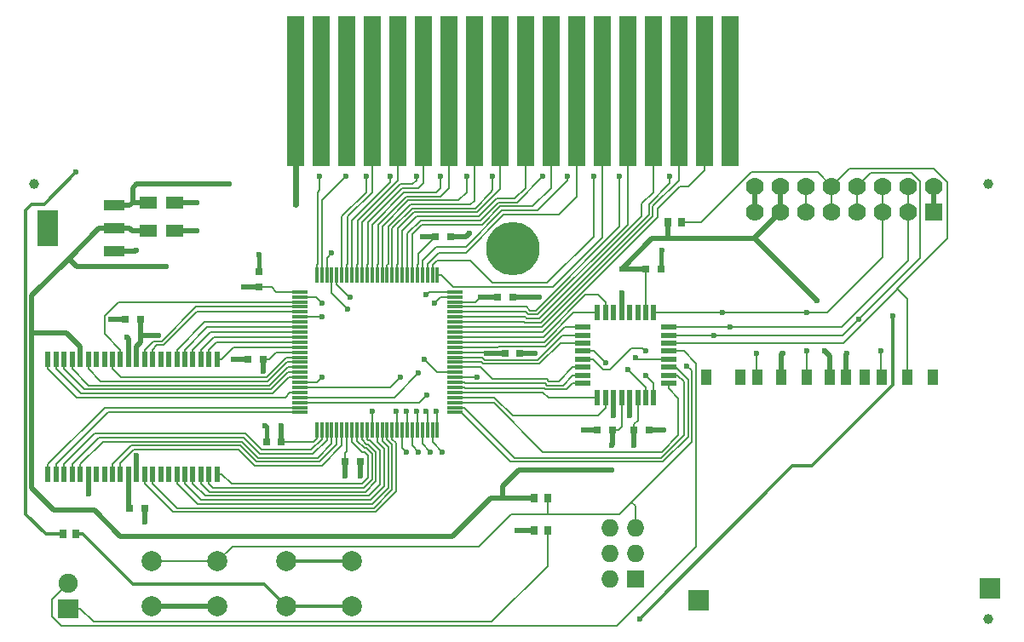
<source format=gtl>
G04 #@! TF.FileFunction,Copper,L1,Top,Signal*
%FSLAX46Y46*%
G04 Gerber Fmt 4.6, Leading zero omitted, Abs format (unit mm)*
G04 Created by KiCad (PCBNEW 4.0.4+dfsg1-stable) date Thu May 11 11:58:33 2017*
%MOMM*%
%LPD*%
G01*
G04 APERTURE LIST*
%ADD10C,0.100000*%
%ADD11R,1.727200X1.727200*%
%ADD12O,1.727200X1.727200*%
%ADD13C,1.000000*%
%ADD14C,5.300000*%
%ADD15R,0.300000X1.500000*%
%ADD16R,1.500000X0.300000*%
%ADD17R,1.778000X15.000000*%
%ADD18C,2.000000*%
%ADD19R,2.000000X1.900000*%
%ADD20C,1.900000*%
%ADD21R,1.800000X1.230000*%
%ADD22R,2.032000X3.657600*%
%ADD23R,2.032000X1.016000*%
%ADD24R,0.477000X1.517400*%
%ADD25R,0.550000X1.600000*%
%ADD26R,1.600000X0.550000*%
%ADD27R,0.800000X0.750000*%
%ADD28R,0.750000X0.800000*%
%ADD29R,0.750000X0.900000*%
%ADD30C,1.778000*%
%ADD31R,1.778000X1.778000*%
%ADD32R,0.998220X1.498600*%
%ADD33R,2.000000X2.000000*%
%ADD34C,0.600000*%
%ADD35C,0.500000*%
%ADD36C,0.600000*%
%ADD37C,0.200000*%
%ADD38C,0.400000*%
%ADD39C,0.300000*%
G04 APERTURE END LIST*
D10*
D11*
X155783000Y-88738000D03*
D12*
X153243000Y-88738000D03*
X155783000Y-86198000D03*
X153243000Y-86198000D03*
X155783000Y-83658000D03*
X153243000Y-83658000D03*
D13*
X190783000Y-49458000D03*
X190783000Y-92658000D03*
D14*
X143583000Y-55858000D03*
D15*
X136083000Y-58458000D03*
X135583000Y-58458000D03*
X135083000Y-58458000D03*
X134583000Y-58458000D03*
X134083000Y-58458000D03*
X133583000Y-58458000D03*
X133083000Y-58458000D03*
X132583000Y-58458000D03*
X132083000Y-58458000D03*
X131583000Y-58458000D03*
X131083000Y-58458000D03*
X130583000Y-58458000D03*
X130083000Y-58458000D03*
X129583000Y-58458000D03*
X129083000Y-58458000D03*
X128583000Y-58458000D03*
X128083000Y-58458000D03*
X127583000Y-58458000D03*
X127083000Y-58458000D03*
X126583000Y-58458000D03*
X126083000Y-58458000D03*
X125583000Y-58458000D03*
X125083000Y-58458000D03*
X124583000Y-58458000D03*
X124083000Y-58458000D03*
D16*
X122383000Y-60158000D03*
X122383000Y-60658000D03*
X122383000Y-61158000D03*
X122383000Y-61658000D03*
X122383000Y-62158000D03*
X122383000Y-62658000D03*
X122383000Y-63158000D03*
X122383000Y-63658000D03*
X122383000Y-64158000D03*
X122383000Y-64658000D03*
X122383000Y-65158000D03*
X122383000Y-65658000D03*
X122383000Y-66158000D03*
X122383000Y-66658000D03*
X122383000Y-67158000D03*
X122383000Y-67658000D03*
X122383000Y-68158000D03*
X122383000Y-68658000D03*
X122383000Y-69158000D03*
X122383000Y-69658000D03*
X122383000Y-70158000D03*
X122383000Y-70658000D03*
X122383000Y-71158000D03*
X122383000Y-71658000D03*
X122383000Y-72158000D03*
D15*
X124083000Y-73858000D03*
X124583000Y-73858000D03*
X125083000Y-73858000D03*
X125583000Y-73858000D03*
X126083000Y-73858000D03*
X126583000Y-73858000D03*
X127083000Y-73858000D03*
X127583000Y-73858000D03*
X128083000Y-73858000D03*
X128583000Y-73858000D03*
X129083000Y-73858000D03*
X129583000Y-73858000D03*
X130083000Y-73858000D03*
X130583000Y-73858000D03*
X131083000Y-73858000D03*
X131583000Y-73858000D03*
X132083000Y-73858000D03*
X132583000Y-73858000D03*
X133083000Y-73858000D03*
X133583000Y-73858000D03*
X134083000Y-73858000D03*
X134583000Y-73858000D03*
X135083000Y-73858000D03*
X135583000Y-73858000D03*
X136083000Y-73858000D03*
D16*
X137783000Y-72158000D03*
X137783000Y-71658000D03*
X137783000Y-71158000D03*
X137783000Y-70658000D03*
X137783000Y-70158000D03*
X137783000Y-69658000D03*
X137783000Y-69158000D03*
X137783000Y-68658000D03*
X137783000Y-68158000D03*
X137783000Y-67658000D03*
X137783000Y-67158000D03*
X137783000Y-66658000D03*
X137783000Y-66158000D03*
X137783000Y-65658000D03*
X137783000Y-65158000D03*
X137783000Y-64658000D03*
X137783000Y-64158000D03*
X137783000Y-63658000D03*
X137783000Y-63158000D03*
X137783000Y-62658000D03*
X137783000Y-62158000D03*
X137783000Y-61658000D03*
X137783000Y-61158000D03*
X137783000Y-60658000D03*
X137783000Y-60158000D03*
D17*
X165143000Y-40158000D03*
X162603000Y-40158000D03*
X160063000Y-40158000D03*
X157523000Y-40158000D03*
X154983000Y-40158000D03*
X152443000Y-40158000D03*
X149903000Y-40158000D03*
X147363000Y-40158000D03*
X144823000Y-40158000D03*
X142283000Y-40158000D03*
X139743000Y-40158000D03*
X137203000Y-40158000D03*
X134663000Y-40158000D03*
X132123000Y-40158000D03*
X129583000Y-40158000D03*
X127043000Y-40158000D03*
X124503000Y-40158000D03*
X121963000Y-40158000D03*
D18*
X121083000Y-91458000D03*
X121083000Y-86958000D03*
X127583000Y-91458000D03*
X127583000Y-86958000D03*
D19*
X99383000Y-91658000D03*
D20*
X99383000Y-89118000D03*
D21*
X107383000Y-51258000D03*
X110003000Y-51258000D03*
X107363000Y-54058000D03*
X109983000Y-54058000D03*
D22*
X97379000Y-53858000D03*
D23*
X103983000Y-53858000D03*
X103983000Y-51572000D03*
X103983000Y-56144000D03*
D24*
X97383000Y-78268800D03*
X98183000Y-78268800D03*
X98983000Y-78268800D03*
X99783000Y-78268800D03*
X100583000Y-78268800D03*
X101383000Y-78268800D03*
X102183000Y-78268800D03*
X102983000Y-78268800D03*
X103783000Y-78268800D03*
X104583000Y-78268800D03*
X105383000Y-78268800D03*
X106183000Y-78268800D03*
X106983000Y-78268800D03*
X107783000Y-78268800D03*
X108583000Y-78268800D03*
X109383000Y-78268800D03*
X110183000Y-78268800D03*
X110983000Y-78268800D03*
X111783000Y-78268800D03*
X112583000Y-78268800D03*
X113383000Y-78268800D03*
X114183000Y-78268800D03*
X97383000Y-66858000D03*
X98183000Y-66858000D03*
X98983000Y-66858000D03*
X99783000Y-66858000D03*
X100583000Y-66858000D03*
X101383000Y-66858000D03*
X102183000Y-66858000D03*
X102983000Y-66858000D03*
X103783000Y-66858000D03*
X104583000Y-66858000D03*
X105383000Y-66858000D03*
X106183000Y-66858000D03*
X106983000Y-66858000D03*
X107783000Y-66858000D03*
X108583000Y-66858000D03*
X109383000Y-66858000D03*
X110183000Y-66858000D03*
X110983000Y-66858000D03*
X111783000Y-66858000D03*
X112583000Y-66858000D03*
X113383000Y-66858000D03*
X114183000Y-66858000D03*
D25*
X151983000Y-70708000D03*
X152783000Y-70708000D03*
X153583000Y-70708000D03*
X154383000Y-70708000D03*
X155183000Y-70708000D03*
X155983000Y-70708000D03*
X156783000Y-70708000D03*
X157583000Y-70708000D03*
D26*
X159033000Y-69258000D03*
X159033000Y-68458000D03*
X159033000Y-67658000D03*
X159033000Y-66858000D03*
X159033000Y-66058000D03*
X159033000Y-65258000D03*
X159033000Y-64458000D03*
X159033000Y-63658000D03*
D25*
X157583000Y-62208000D03*
X156783000Y-62208000D03*
X155983000Y-62208000D03*
X155183000Y-62208000D03*
X154383000Y-62208000D03*
X153583000Y-62208000D03*
X152783000Y-62208000D03*
X151983000Y-62208000D03*
D26*
X150533000Y-63658000D03*
X150533000Y-64458000D03*
X150533000Y-65258000D03*
X150533000Y-66058000D03*
X150533000Y-66858000D03*
X150533000Y-67658000D03*
X150533000Y-68458000D03*
X150533000Y-69258000D03*
D27*
X106583000Y-62858000D03*
X105083000Y-62858000D03*
X105483000Y-81658000D03*
X106983000Y-81658000D03*
X153483000Y-73858000D03*
X151983000Y-73858000D03*
X155633000Y-73858000D03*
X157133000Y-73858000D03*
X156783000Y-57858000D03*
X158283000Y-57858000D03*
X135883000Y-54658000D03*
X137383000Y-54658000D03*
D28*
X118383000Y-59658000D03*
X118383000Y-58158000D03*
D27*
X142083000Y-60658000D03*
X143583000Y-60658000D03*
X118783000Y-66858000D03*
X117283000Y-66858000D03*
X120583000Y-75058000D03*
X119083000Y-75058000D03*
X126883000Y-77058000D03*
X128383000Y-77058000D03*
X142783000Y-66258000D03*
X144283000Y-66258000D03*
D13*
X95983000Y-49458000D03*
D29*
X147008000Y-83858000D03*
X145658000Y-83858000D03*
X158958000Y-53258000D03*
X160308000Y-53258000D03*
D30*
X167643000Y-52198000D03*
X170183000Y-52198000D03*
X172723000Y-52198000D03*
X175263000Y-52198000D03*
X177803000Y-52198000D03*
X180343000Y-52198000D03*
X182883000Y-52198000D03*
D31*
X185423000Y-52198000D03*
D30*
X185423000Y-49658000D03*
X182883000Y-49658000D03*
X180343000Y-49658000D03*
X177803000Y-49658000D03*
X175263000Y-49658000D03*
X172723000Y-49658000D03*
X170183000Y-49658000D03*
X167643000Y-49658000D03*
D29*
X145658000Y-80658000D03*
X147008000Y-80658000D03*
X98833000Y-84258000D03*
X100183000Y-84258000D03*
D18*
X114183000Y-86958000D03*
X114183000Y-91458000D03*
X107683000Y-86958000D03*
X107683000Y-91458000D03*
D32*
X182780440Y-68658000D03*
X180281080Y-68658000D03*
X176704760Y-68658000D03*
X175058840Y-68658000D03*
X172783000Y-68658000D03*
X170283640Y-68658000D03*
X167852860Y-68658000D03*
X166153600Y-68658000D03*
X185279800Y-68658000D03*
X178579280Y-68658000D03*
D33*
X162000628Y-90863600D03*
X190950628Y-89663600D03*
D32*
X162803340Y-68658000D03*
D34*
X170383000Y-66258000D03*
X176783000Y-66258000D03*
X121983000Y-51458000D03*
X103583000Y-62858000D03*
X101383000Y-80258000D03*
X146183000Y-60658000D03*
X139233000Y-54308000D03*
X150583000Y-73858000D03*
X158583000Y-73858000D03*
X134783000Y-66858000D03*
X145783000Y-66258000D03*
X153583000Y-72458000D03*
X155183000Y-72458000D03*
X158383000Y-56058000D03*
X135983000Y-72058000D03*
X136583000Y-76058000D03*
X135383000Y-76058000D03*
X134183000Y-76058000D03*
X132983000Y-76058000D03*
X134983000Y-72058000D03*
X133983000Y-72058000D03*
X132983000Y-72058000D03*
X131983000Y-72058000D03*
X125583000Y-56258000D03*
X127183000Y-61858000D03*
X127383000Y-60658000D03*
X124583000Y-62658000D03*
X124583000Y-61258000D03*
X134983000Y-60458000D03*
X135783000Y-61258000D03*
X118983000Y-73458000D03*
X129583000Y-72058000D03*
X124583000Y-68658000D03*
X106983000Y-83058000D03*
X106183000Y-76458000D03*
X105183000Y-64658000D03*
X128383000Y-78458000D03*
X118383000Y-56458000D03*
X154383000Y-60258000D03*
X143983000Y-83858000D03*
X115783000Y-66858000D03*
X106183000Y-56058000D03*
X112183000Y-54058000D03*
X112183000Y-51258000D03*
X115383000Y-49458000D03*
X108383000Y-64458000D03*
X105383000Y-80258000D03*
X173783000Y-61058000D03*
X174583000Y-66058000D03*
X126883000Y-84458000D03*
X126883000Y-78458000D03*
X109158736Y-57658000D03*
X118783000Y-68058000D03*
X142583000Y-80658000D03*
X153383000Y-77858000D03*
X154383000Y-57858000D03*
X155583000Y-75458000D03*
X153383000Y-75458000D03*
X140983000Y-66258000D03*
X140383000Y-60658000D03*
X134583000Y-54658000D03*
X120583000Y-73458000D03*
X116783000Y-59658000D03*
X124383000Y-48658000D03*
X126983000Y-48658000D03*
X128983000Y-48658000D03*
X131383000Y-48658000D03*
X133983000Y-48658000D03*
X136383000Y-48658000D03*
X138983000Y-48658000D03*
X141583000Y-48658000D03*
X146583000Y-48658000D03*
X148983000Y-48658000D03*
X151583000Y-48658000D03*
X159183000Y-48658000D03*
X167783000Y-66258000D03*
X165183000Y-63658000D03*
X172783000Y-62208000D03*
X172783000Y-66058000D03*
X164383000Y-62208000D03*
X180183000Y-66058000D03*
X177983000Y-62858000D03*
X163583000Y-64458000D03*
X155807272Y-66657990D03*
X134183000Y-68258000D03*
X132383000Y-68658000D03*
X156783000Y-68458000D03*
X160883000Y-67508000D03*
X156783000Y-66058000D03*
X154183000Y-48658000D03*
X152770448Y-67246905D03*
X135007267Y-70433723D03*
X139983000Y-68658000D03*
X154983000Y-67858000D03*
X181353000Y-62548000D03*
X156183000Y-92658000D03*
X100183000Y-48258000D03*
D35*
X170266012Y-68602400D02*
X170266012Y-66374988D01*
X170266012Y-66374988D02*
X170383000Y-66258000D01*
X176687132Y-68602400D02*
X176687132Y-66353868D01*
X176687132Y-66353868D02*
X176783000Y-66258000D01*
D36*
X121963000Y-40158000D02*
X121963000Y-51438000D01*
X121963000Y-51438000D02*
X121983000Y-51458000D01*
D35*
X107683000Y-91458000D02*
X114183000Y-91458000D01*
X185423000Y-49658000D02*
X185423000Y-52198000D01*
X167643000Y-52198000D02*
X167643000Y-49658000D01*
X105083000Y-62858000D02*
X103583000Y-62858000D01*
X101383000Y-78268800D02*
X101383000Y-80258000D01*
X143583000Y-60658000D02*
X146183000Y-60658000D01*
X137383000Y-54658000D02*
X138883000Y-54658000D01*
X138883000Y-54658000D02*
X139233000Y-54308000D01*
X151983000Y-73858000D02*
X150583000Y-73858000D01*
X157133000Y-73858000D02*
X158583000Y-73858000D01*
D37*
X136083000Y-68158000D02*
X134783000Y-66858000D01*
X137783000Y-68158000D02*
X136083000Y-68158000D01*
D35*
X144283000Y-66258000D02*
X145783000Y-66258000D01*
X154383000Y-62208000D02*
X154383000Y-60258000D01*
X153583000Y-70708000D02*
X153583000Y-72458000D01*
X155183000Y-70708000D02*
X155183000Y-72458000D01*
D38*
X158283000Y-57858000D02*
X158283000Y-56158000D01*
X158283000Y-56158000D02*
X158383000Y-56058000D01*
D37*
X136083000Y-73858000D02*
X136083000Y-72158000D01*
X136083000Y-72158000D02*
X135983000Y-72058000D01*
X135583000Y-73858000D02*
X135583000Y-75058000D01*
X135583000Y-75058000D02*
X136583000Y-76058000D01*
X134583000Y-73858000D02*
X134583000Y-75258000D01*
X134583000Y-75258000D02*
X135383000Y-76058000D01*
X133583000Y-73858000D02*
X133583000Y-75458000D01*
X133583000Y-75458000D02*
X134183000Y-76058000D01*
X132583000Y-73858000D02*
X132583000Y-75658000D01*
X132583000Y-75658000D02*
X132983000Y-76058000D01*
X135083000Y-73858000D02*
X135083000Y-72158000D01*
X135083000Y-72158000D02*
X134983000Y-72058000D01*
X134083000Y-73858000D02*
X134083000Y-72158000D01*
X134083000Y-72158000D02*
X133983000Y-72058000D01*
X133083000Y-73858000D02*
X133083000Y-72158000D01*
X133083000Y-72158000D02*
X132983000Y-72058000D01*
X132083000Y-73858000D02*
X132083000Y-72158000D01*
X132083000Y-72158000D02*
X131983000Y-72058000D01*
X125083000Y-58458000D02*
X125083000Y-56758000D01*
X125083000Y-56758000D02*
X125583000Y-56258000D01*
X125583000Y-58458000D02*
X125583000Y-60258000D01*
X125583000Y-60258000D02*
X127183000Y-61858000D01*
X126083000Y-58458000D02*
X126083000Y-59408000D01*
X126083000Y-59408000D02*
X127333000Y-60658000D01*
X127333000Y-60658000D02*
X127383000Y-60658000D01*
X122383000Y-62658000D02*
X124583000Y-62658000D01*
X122383000Y-60658000D02*
X123983000Y-60658000D01*
X123983000Y-60658000D02*
X124583000Y-61258000D01*
X137783000Y-60158000D02*
X135283000Y-60158000D01*
X135283000Y-60158000D02*
X134983000Y-60458000D01*
X137783000Y-60658000D02*
X136383000Y-60658000D01*
X136383000Y-60658000D02*
X135783000Y-61258000D01*
D38*
X119083000Y-75058000D02*
X119083000Y-73558000D01*
X119083000Y-73558000D02*
X118983000Y-73458000D01*
D37*
X129583000Y-73858000D02*
X129583000Y-72058000D01*
X123083000Y-69158000D02*
X124083000Y-69158000D01*
X124083000Y-69158000D02*
X124583000Y-68658000D01*
X122383000Y-69158000D02*
X123083000Y-69158000D01*
D35*
X106983000Y-81658000D02*
X106983000Y-83058000D01*
X106183000Y-78268800D02*
X106183000Y-76458000D01*
X105383000Y-66858000D02*
X105383000Y-64858000D01*
X105383000Y-64858000D02*
X105183000Y-64658000D01*
X128383000Y-77058000D02*
X128383000Y-78458000D01*
D38*
X118383000Y-58158000D02*
X118383000Y-56458000D01*
D35*
X145583000Y-83858000D02*
X143983000Y-83858000D01*
X117283000Y-66858000D02*
X115783000Y-66858000D01*
X103983000Y-56144000D02*
X106097000Y-56144000D01*
X106097000Y-56144000D02*
X106183000Y-56058000D01*
X109983000Y-54058000D02*
X112183000Y-54058000D01*
X110003000Y-51258000D02*
X112183000Y-51258000D01*
X115383000Y-49458000D02*
X106183000Y-49458000D01*
X105813000Y-49828000D02*
X105813000Y-51258000D01*
X106183000Y-49458000D02*
X105813000Y-49828000D01*
X103983000Y-51572000D02*
X105499000Y-51572000D01*
X105499000Y-51572000D02*
X105813000Y-51258000D01*
X105813000Y-51258000D02*
X107383000Y-51258000D01*
D37*
X172723000Y-49658000D02*
X172723000Y-52198000D01*
D35*
X106583000Y-65199300D02*
X106583000Y-64458000D01*
X108383000Y-64458000D02*
X106583000Y-64458000D01*
X106583000Y-64458000D02*
X106583000Y-62858000D01*
X106183000Y-65599300D02*
X106583000Y-65199300D01*
X95783000Y-60542000D02*
X95783000Y-64258000D01*
X95783000Y-64258000D02*
X95783000Y-79658000D01*
X100583000Y-66858000D02*
X100583000Y-65599300D01*
X100583000Y-65599300D02*
X99241700Y-64258000D01*
X99241700Y-64258000D02*
X95783000Y-64258000D01*
X105383000Y-80258000D02*
X105383000Y-81558000D01*
X105383000Y-81558000D02*
X105483000Y-81658000D01*
X105383000Y-80258000D02*
X105383000Y-78268800D01*
X106183000Y-66858000D02*
X106183000Y-65599300D01*
X173783000Y-61058000D02*
X167583000Y-54858000D01*
X167583000Y-54858000D02*
X167523000Y-54858000D01*
X175041212Y-68602400D02*
X175041212Y-66516212D01*
X175041212Y-66516212D02*
X174583000Y-66058000D01*
X97983000Y-81858000D02*
X101983000Y-81858000D01*
X95783000Y-79658000D02*
X97983000Y-81858000D01*
X104583000Y-84458000D02*
X126883000Y-84458000D01*
X101983000Y-81858000D02*
X104583000Y-84458000D01*
X126883000Y-84458000D02*
X137583000Y-84458000D01*
X126883000Y-77058000D02*
X126883000Y-78458000D01*
D37*
X124083000Y-74758000D02*
X123783000Y-75058000D01*
X123783000Y-75058000D02*
X120583000Y-75058000D01*
X124083000Y-73858000D02*
X124083000Y-74758000D01*
D35*
X157383000Y-54858000D02*
X158983000Y-54858000D01*
X158983000Y-54858000D02*
X167523000Y-54858000D01*
X158958000Y-53258000D02*
X158958000Y-54833000D01*
X158958000Y-54833000D02*
X158983000Y-54858000D01*
X109158736Y-57658000D02*
X100267000Y-57658000D01*
X100267000Y-57658000D02*
X99467000Y-56858000D01*
X118783000Y-66858000D02*
X118783000Y-68058000D01*
X105699000Y-54058000D02*
X107363000Y-54058000D01*
X103983000Y-53858000D02*
X105499000Y-53858000D01*
X105499000Y-53858000D02*
X105699000Y-54058000D01*
X153383000Y-77858000D02*
X144183000Y-77858000D01*
X144183000Y-77858000D02*
X142583000Y-79458000D01*
X142583000Y-79458000D02*
X142583000Y-80658000D01*
X141383000Y-80658000D02*
X142583000Y-80658000D01*
X142583000Y-80658000D02*
X145583000Y-80658000D01*
X154383000Y-57858000D02*
X157383000Y-54858000D01*
X167523000Y-54858000D02*
X170183000Y-52198000D01*
X154383000Y-57858000D02*
X156783000Y-57858000D01*
X155583000Y-75458000D02*
X155583000Y-73908000D01*
X155583000Y-73908000D02*
X155633000Y-73858000D01*
X153483000Y-73858000D02*
X153483000Y-75358000D01*
X153483000Y-75358000D02*
X153383000Y-75458000D01*
D37*
X137783000Y-61158000D02*
X139883000Y-61158000D01*
X139883000Y-61158000D02*
X140383000Y-60658000D01*
X137783000Y-66158000D02*
X140883000Y-66158000D01*
X140883000Y-66158000D02*
X140983000Y-66258000D01*
D35*
X142783000Y-66258000D02*
X140983000Y-66258000D01*
X142083000Y-60658000D02*
X140383000Y-60658000D01*
D37*
X134083000Y-58458000D02*
X134083000Y-57508000D01*
X134083000Y-57508000D02*
X134183000Y-57408000D01*
X134183000Y-57408000D02*
X134183000Y-56333000D01*
X134183000Y-56333000D02*
X135858000Y-54658000D01*
X135858000Y-54658000D02*
X135883000Y-54658000D01*
D35*
X135883000Y-54658000D02*
X134583000Y-54658000D01*
X126983000Y-77158000D02*
X126883000Y-77058000D01*
X120583000Y-73458000D02*
X120583000Y-75058000D01*
X116783000Y-59658000D02*
X118383000Y-59658000D01*
X99467000Y-56858000D02*
X95783000Y-60542000D01*
X102467000Y-53858000D02*
X99467000Y-56858000D01*
X103983000Y-53858000D02*
X102467000Y-53858000D01*
X137583000Y-84458000D02*
X141383000Y-80658000D01*
D37*
X119583000Y-59658000D02*
X120083000Y-60158000D01*
X120083000Y-60158000D02*
X122383000Y-60158000D01*
X118383000Y-59658000D02*
X119583000Y-59658000D01*
X156783000Y-61458000D02*
X156783000Y-62208000D01*
X156783000Y-57858000D02*
X156783000Y-61458000D01*
X155983000Y-71458000D02*
X155983000Y-70708000D01*
X155633000Y-73858000D02*
X155633000Y-73283000D01*
X155633000Y-73283000D02*
X155983000Y-72933000D01*
X155983000Y-72933000D02*
X155983000Y-71458000D01*
X153483000Y-73858000D02*
X154083000Y-73858000D01*
X154383000Y-73558000D02*
X154383000Y-70708000D01*
X154083000Y-73858000D02*
X154383000Y-73558000D01*
X127083000Y-73858000D02*
X127083000Y-75983000D01*
X127083000Y-75983000D02*
X126883000Y-76183000D01*
X126883000Y-76183000D02*
X126883000Y-77058000D01*
X124083000Y-74458000D02*
X124083000Y-73858000D01*
X118783000Y-66858000D02*
X119383000Y-66858000D01*
X120083000Y-66158000D02*
X122383000Y-66158000D01*
X119383000Y-66858000D02*
X120083000Y-66158000D01*
X142683000Y-66158000D02*
X142783000Y-66258000D01*
D35*
X170183000Y-52198000D02*
X170183000Y-49658000D01*
D37*
X124183000Y-50258000D02*
X124383000Y-50058000D01*
X124383000Y-50058000D02*
X124383000Y-48658000D01*
X124183000Y-57408000D02*
X124183000Y-50258000D01*
X124083000Y-58458000D02*
X124083000Y-57508000D01*
X124083000Y-57508000D02*
X124183000Y-57408000D01*
X124583000Y-58458000D02*
X124583000Y-51058000D01*
X124583000Y-51058000D02*
X126983000Y-48658000D01*
X126583000Y-52658000D02*
X128983000Y-50258000D01*
X128983000Y-50258000D02*
X128983000Y-48658000D01*
X126583000Y-58458000D02*
X126583000Y-52658000D01*
X127183000Y-52658000D02*
X129583000Y-50258000D01*
X129583000Y-50258000D02*
X129583000Y-40158000D01*
X127183000Y-57408000D02*
X127183000Y-52658000D01*
X127083000Y-58458000D02*
X127083000Y-57508000D01*
X127083000Y-57508000D02*
X127183000Y-57408000D01*
X127583000Y-53058000D02*
X131383000Y-49258000D01*
X131383000Y-49258000D02*
X131383000Y-48658000D01*
X127583000Y-58458000D02*
X127583000Y-53058000D01*
X128183000Y-53058000D02*
X132123000Y-49118000D01*
X132123000Y-49118000D02*
X132123000Y-40158000D01*
X128183000Y-57408000D02*
X128183000Y-53058000D01*
X128083000Y-58458000D02*
X128083000Y-57508000D01*
X128083000Y-57508000D02*
X128183000Y-57408000D01*
X133983000Y-49058000D02*
X133983000Y-48658000D01*
X133583000Y-49458000D02*
X133983000Y-49058000D01*
X132383000Y-49458000D02*
X133583000Y-49458000D01*
X128583000Y-53258000D02*
X132383000Y-49458000D01*
X128583000Y-58458000D02*
X128583000Y-53258000D01*
X134183000Y-49858000D02*
X134663000Y-49378000D01*
X134663000Y-49378000D02*
X134663000Y-40158000D01*
X132583000Y-49858000D02*
X134183000Y-49858000D01*
X129183000Y-53258000D02*
X132583000Y-49858000D01*
X129183000Y-57408000D02*
X129183000Y-53258000D01*
X129083000Y-58458000D02*
X129083000Y-57508000D01*
X129083000Y-57508000D02*
X129183000Y-57408000D01*
X135983000Y-50258000D02*
X136383000Y-49858000D01*
X136383000Y-49858000D02*
X136383000Y-48658000D01*
X132783000Y-50258000D02*
X135983000Y-50258000D01*
X129583000Y-53458000D02*
X132783000Y-50258000D01*
X129583000Y-58458000D02*
X129583000Y-53458000D01*
X136383000Y-50658000D02*
X137203000Y-49838000D01*
X137203000Y-49838000D02*
X137203000Y-40158000D01*
X132983000Y-50658000D02*
X136383000Y-50658000D01*
X130183000Y-53458000D02*
X132983000Y-50658000D01*
X130183000Y-57408000D02*
X130183000Y-53458000D01*
X130083000Y-58458000D02*
X130083000Y-57508000D01*
X130083000Y-57508000D02*
X130183000Y-57408000D01*
X138183000Y-51058000D02*
X138983000Y-50258000D01*
X138983000Y-50258000D02*
X138983000Y-48658000D01*
X133183000Y-51058000D02*
X138183000Y-51058000D01*
X130583000Y-53658000D02*
X133183000Y-51058000D01*
X130583000Y-58458000D02*
X130583000Y-53658000D01*
X139383000Y-51458000D02*
X139743000Y-51098000D01*
X139743000Y-51098000D02*
X139743000Y-40158000D01*
X133383000Y-51458000D02*
X139383000Y-51458000D01*
X131183000Y-53658000D02*
X133383000Y-51458000D01*
X131183000Y-57408000D02*
X131183000Y-53658000D01*
X131083000Y-58458000D02*
X131083000Y-57508000D01*
X131083000Y-57508000D02*
X131183000Y-57408000D01*
X141383000Y-50258000D02*
X141583000Y-50058000D01*
X141583000Y-50058000D02*
X141583000Y-48658000D01*
X141383000Y-50297798D02*
X141383000Y-50258000D01*
X133583000Y-51858000D02*
X139822798Y-51858000D01*
X139822798Y-51858000D02*
X141383000Y-50297798D01*
X131583000Y-53858000D02*
X133583000Y-51858000D01*
X131583000Y-58458000D02*
X131583000Y-53858000D01*
X132083000Y-58458000D02*
X132083000Y-57508000D01*
X132083000Y-57508000D02*
X132183000Y-57408000D01*
X132183000Y-57408000D02*
X132183000Y-53858000D01*
X132183000Y-53858000D02*
X133783000Y-52258000D01*
X139988498Y-52258000D02*
X142283000Y-49963498D01*
X133783000Y-52258000D02*
X139988498Y-52258000D01*
X142283000Y-49963498D02*
X142283000Y-40158000D01*
X132583000Y-58458000D02*
X132583000Y-54058000D01*
X132583000Y-54058000D02*
X133983000Y-52658000D01*
X143783000Y-50858000D02*
X144823000Y-49818000D01*
X133983000Y-52658000D02*
X140183002Y-52658000D01*
X140183002Y-52658000D02*
X141983002Y-50858000D01*
X141983002Y-50858000D02*
X143783000Y-50858000D01*
X144823000Y-49818000D02*
X144823000Y-40158000D01*
X143982989Y-51258011D02*
X146583000Y-48658000D01*
X142148689Y-51258011D02*
X143982989Y-51258011D01*
X134402287Y-53058011D02*
X140348689Y-53058011D01*
X133083000Y-54377298D02*
X134402287Y-53058011D01*
X140348689Y-53058011D02*
X142148689Y-51258011D01*
X133083000Y-58458000D02*
X133083000Y-54377298D01*
X147363000Y-49843700D02*
X147363000Y-40158000D01*
X133583000Y-54442998D02*
X134548689Y-53477309D01*
X142348689Y-51658011D02*
X145548689Y-51658011D01*
X133583000Y-58458000D02*
X133583000Y-54442998D01*
X134548689Y-53477309D02*
X140529391Y-53477309D01*
X145548689Y-51658011D02*
X147363000Y-49843700D01*
X140529391Y-53477309D02*
X142348689Y-51658011D01*
X148983000Y-49082264D02*
X148983000Y-48658000D01*
X146007242Y-52058022D02*
X148983000Y-49082264D01*
X142514378Y-52058022D02*
X146007242Y-52058022D01*
X138914400Y-55658000D02*
X142514378Y-52058022D01*
X135983000Y-55658000D02*
X138914400Y-55658000D01*
X134583000Y-57058000D02*
X135983000Y-55658000D01*
X134583000Y-58458000D02*
X134583000Y-57058000D01*
X142680067Y-52458033D02*
X148182967Y-52458033D01*
X149903000Y-50738000D02*
X149903000Y-40158000D01*
X148182967Y-52458033D02*
X149903000Y-50738000D01*
X138880100Y-56258000D02*
X142680067Y-52458033D01*
X136183000Y-56258000D02*
X138880100Y-56258000D01*
X135083000Y-58458000D02*
X135083000Y-57358000D01*
X135083000Y-57358000D02*
X136183000Y-56258000D01*
X146983000Y-59258000D02*
X151583000Y-54658000D01*
X151583000Y-54658000D02*
X151583000Y-48658000D01*
X141583000Y-59258000D02*
X146983000Y-59258000D01*
X139383000Y-57058000D02*
X141583000Y-59258000D01*
X136033000Y-57058000D02*
X139383000Y-57058000D01*
X135583000Y-58458000D02*
X135583000Y-57508000D01*
X135583000Y-57508000D02*
X136033000Y-57058000D01*
X147583000Y-59658000D02*
X152443000Y-54798000D01*
X152443000Y-54798000D02*
X152443000Y-40158000D01*
X137633000Y-59658000D02*
X147583000Y-59658000D01*
X136083000Y-58458000D02*
X136433000Y-58458000D01*
X136433000Y-58458000D02*
X137633000Y-59658000D01*
X154983000Y-53463211D02*
X154983000Y-40158000D01*
X146038188Y-62408023D02*
X154983000Y-53463211D01*
X145130806Y-62408023D02*
X146038188Y-62408023D01*
X144880783Y-62158000D02*
X145130806Y-62408023D01*
X137783000Y-62158000D02*
X144880783Y-62158000D01*
X146203877Y-62808034D02*
X156383000Y-52628911D01*
X157523000Y-50258000D02*
X157523000Y-40158000D01*
X156383000Y-52628911D02*
X156383000Y-51398000D01*
X156383000Y-51398000D02*
X157523000Y-50258000D01*
X144815083Y-62658000D02*
X144965117Y-62808034D01*
X137783000Y-62658000D02*
X144815083Y-62658000D01*
X144965117Y-62808034D02*
X146203877Y-62808034D01*
X157085300Y-51470000D02*
X159183000Y-49372300D01*
X146369566Y-63208045D02*
X157085300Y-52492311D01*
X144799428Y-63208045D02*
X146369566Y-63208045D01*
X144749383Y-63158000D02*
X144799428Y-63208045D01*
X137783000Y-63158000D02*
X144749383Y-63158000D01*
X159183000Y-49372300D02*
X159183000Y-48658000D01*
X157085300Y-52492311D02*
X157085300Y-51470000D01*
X157485311Y-51635689D02*
X160063000Y-49058000D01*
X146485311Y-63658000D02*
X157485311Y-52658000D01*
X160063000Y-49058000D02*
X160063000Y-40158000D01*
X157485311Y-52658000D02*
X157485311Y-51635689D01*
X137783000Y-63658000D02*
X146485311Y-63658000D01*
X161051011Y-49658000D02*
X162603000Y-48106011D01*
X160183000Y-49658000D02*
X161051011Y-49658000D01*
X157983000Y-51858000D02*
X160183000Y-49658000D01*
X146551011Y-64158000D02*
X157983000Y-52726011D01*
X157983000Y-52726011D02*
X157983000Y-51858000D01*
X137783000Y-64158000D02*
X146551011Y-64158000D01*
X162603000Y-48106011D02*
X162603000Y-40158000D01*
X167835232Y-68602400D02*
X167835232Y-66310232D01*
X167835232Y-66310232D02*
X167783000Y-66258000D01*
X182883000Y-57069999D02*
X182883000Y-52198000D01*
X165183000Y-63658000D02*
X176294999Y-63658000D01*
X176294999Y-63658000D02*
X182883000Y-57069999D01*
X159033000Y-63658000D02*
X165183000Y-63658000D01*
X182883000Y-52198000D02*
X182883000Y-49658000D01*
X172783000Y-62208000D02*
X174833000Y-62208000D01*
X174833000Y-62208000D02*
X180343000Y-56698000D01*
X164383000Y-62208000D02*
X172783000Y-62208000D01*
X172765372Y-68602400D02*
X172765372Y-66075628D01*
X172765372Y-66075628D02*
X172783000Y-66058000D01*
X157583000Y-62208000D02*
X164383000Y-62208000D01*
X180343000Y-56698000D02*
X180343000Y-52198000D01*
X180343000Y-52198000D02*
X180343000Y-49658000D01*
X180183000Y-66058000D02*
X180183000Y-68521948D01*
X180183000Y-68521948D02*
X180263452Y-68602400D01*
X177983000Y-62858000D02*
X184072001Y-56768999D01*
X176383000Y-64458000D02*
X177983000Y-62858000D01*
X179152980Y-48308020D02*
X177803000Y-49658000D01*
X183233020Y-48308020D02*
X179152980Y-48308020D01*
X184072001Y-49147001D02*
X183233020Y-48308020D01*
X184072001Y-56768999D02*
X184072001Y-49147001D01*
X163583000Y-64458000D02*
X176383000Y-64458000D01*
X159033000Y-64458000D02*
X163583000Y-64458000D01*
X177803000Y-49658000D02*
X177803000Y-52198000D01*
X176471001Y-65258000D02*
X181783000Y-59946001D01*
X159033000Y-65258000D02*
X176471001Y-65258000D01*
X181783000Y-59946001D02*
X181783000Y-59858000D01*
X181783000Y-59858000D02*
X186783000Y-54858000D01*
X182762812Y-68602400D02*
X182762812Y-60837812D01*
X182762812Y-60837812D02*
X181783000Y-59858000D01*
X185432732Y-47908010D02*
X177012990Y-47908010D01*
X177012990Y-47908010D02*
X175263000Y-49658000D01*
X186783000Y-54858000D02*
X186783000Y-49258278D01*
X186783000Y-49258278D02*
X185432732Y-47908010D01*
X162283278Y-53258000D02*
X160308000Y-53258000D01*
X162283278Y-53258000D02*
X167283278Y-48258000D01*
X167283278Y-48258000D02*
X173863000Y-48258000D01*
X173863000Y-48258000D02*
X175263000Y-49658000D01*
X175263000Y-52198000D02*
X175263000Y-49658000D01*
X159033000Y-66858000D02*
X156007282Y-66858000D01*
X156007282Y-66858000D02*
X155807272Y-66657990D01*
X134183000Y-68258000D02*
X131783000Y-70658000D01*
X131783000Y-70658000D02*
X122383000Y-70658000D01*
X132383000Y-68658000D02*
X131383000Y-69658000D01*
X131383000Y-69658000D02*
X122383000Y-69658000D01*
X157583000Y-70708000D02*
X157583000Y-69258000D01*
X157583000Y-69258000D02*
X156783000Y-68458000D01*
X159033000Y-66058000D02*
X160583000Y-66058000D01*
X153882990Y-93358010D02*
X98683010Y-93358010D01*
X160583000Y-66058000D02*
X161783000Y-67258000D01*
X161783000Y-67258000D02*
X161783000Y-85458000D01*
X161783000Y-85458000D02*
X153882990Y-93358010D01*
X97783000Y-90718000D02*
X99383000Y-89118000D01*
X98683010Y-93358010D02*
X97783000Y-92458000D01*
X97783000Y-92458000D02*
X97783000Y-90718000D01*
X142067998Y-65658000D02*
X142142999Y-65582999D01*
X148748111Y-63658000D02*
X150533000Y-63658000D01*
X146823112Y-65582999D02*
X148748111Y-63658000D01*
X137783000Y-65658000D02*
X142067998Y-65658000D01*
X142142999Y-65582999D02*
X146823112Y-65582999D01*
X149533000Y-67658000D02*
X150533000Y-67658000D01*
X147160506Y-69058012D02*
X148132988Y-69058012D01*
X137783000Y-67658000D02*
X140363596Y-67658000D01*
X146960528Y-68858034D02*
X147160506Y-69058012D01*
X141563630Y-68858034D02*
X146960528Y-68858034D01*
X148132988Y-69058012D02*
X149533000Y-67658000D01*
X140363596Y-67658000D02*
X141563630Y-68858034D01*
X146994817Y-69458023D02*
X148532977Y-69458023D01*
X148532977Y-69458023D02*
X149533000Y-68458000D01*
X149533000Y-68458000D02*
X150533000Y-68458000D01*
X138733000Y-69158000D02*
X138833045Y-69258045D01*
X138833045Y-69258045D02*
X146794839Y-69258045D01*
X146794839Y-69258045D02*
X146994817Y-69458023D01*
X137783000Y-69158000D02*
X138733000Y-69158000D01*
X148932966Y-69858034D02*
X149533000Y-69258000D01*
X149533000Y-69258000D02*
X150533000Y-69258000D01*
X146704094Y-69733000D02*
X146829128Y-69858034D01*
X138808000Y-69733000D02*
X146704094Y-69733000D01*
X138733000Y-69658000D02*
X138808000Y-69733000D01*
X137783000Y-69658000D02*
X138733000Y-69658000D01*
X146829128Y-69858034D02*
X148932966Y-69858034D01*
X147113394Y-70708000D02*
X151983000Y-70708000D01*
X146563394Y-70158000D02*
X147113394Y-70708000D01*
X137783000Y-70158000D02*
X146563394Y-70158000D01*
X143548700Y-72458000D02*
X152033000Y-72458000D01*
X152783000Y-71708000D02*
X152783000Y-70708000D01*
X152033000Y-72458000D02*
X152783000Y-71708000D01*
X141748700Y-70658000D02*
X143548700Y-72458000D01*
X137783000Y-70658000D02*
X141748700Y-70658000D01*
X146583002Y-76058002D02*
X158382998Y-76058002D01*
X160033000Y-74408000D02*
X160033000Y-70733000D01*
X158382998Y-76058002D02*
X160033000Y-74408000D01*
X141683000Y-71158000D02*
X146583002Y-76058002D01*
X159033000Y-69733000D02*
X159033000Y-69258000D01*
X160033000Y-70733000D02*
X159033000Y-69733000D01*
X137783000Y-71158000D02*
X141683000Y-71158000D01*
X158983000Y-69308000D02*
X159033000Y-69258000D01*
X159929277Y-68458000D02*
X159033000Y-68458000D01*
X160582977Y-74423723D02*
X160582977Y-69111700D01*
X158348697Y-76658003D02*
X160582977Y-74423723D01*
X143733003Y-76658003D02*
X158348697Y-76658003D01*
X137783000Y-71658000D02*
X138733000Y-71658000D01*
X160582977Y-69111700D02*
X159929277Y-68458000D01*
X138733000Y-71658000D02*
X143733003Y-76658003D01*
X160982988Y-74589412D02*
X160982988Y-68905650D01*
X143283014Y-77058014D02*
X158514386Y-77058014D01*
X159735338Y-67658000D02*
X159033000Y-67658000D01*
X137783000Y-72158000D02*
X138383000Y-72158000D01*
X138383000Y-72158000D02*
X143283014Y-77058014D01*
X158514386Y-77058014D02*
X160982988Y-74589412D01*
X160982988Y-68905650D02*
X159735338Y-67658000D01*
X137783000Y-64658000D02*
X146616711Y-64658000D01*
X150816711Y-60458000D02*
X152033000Y-60458000D01*
X152033000Y-60458000D02*
X152783000Y-61208000D01*
X152783000Y-61208000D02*
X152783000Y-62208000D01*
X146616711Y-64658000D02*
X150816711Y-60458000D01*
X149632411Y-62208000D02*
X151983000Y-62208000D01*
X137783000Y-65158000D02*
X146682411Y-65158000D01*
X146682411Y-65158000D02*
X149632411Y-62208000D01*
X107683000Y-86958000D02*
X114183000Y-86958000D01*
X146983000Y-82257990D02*
X143417311Y-82257990D01*
X143417311Y-82257990D02*
X140217301Y-85458000D01*
X140217301Y-85458000D02*
X115683000Y-85458000D01*
X115683000Y-85458000D02*
X114183000Y-86958000D01*
X154183010Y-82257990D02*
X155383000Y-81058000D01*
X155383000Y-81058000D02*
X161383000Y-75058000D01*
X155783000Y-83658000D02*
X155783000Y-81458000D01*
X155783000Y-81458000D02*
X155383000Y-81058000D01*
X146983000Y-82257990D02*
X154183010Y-82257990D01*
X147008000Y-80658000D02*
X147008000Y-82232990D01*
X147008000Y-82232990D02*
X146983000Y-82257990D01*
X160883000Y-67508000D02*
X161383000Y-68008000D01*
X161383000Y-68008000D02*
X161383000Y-75058000D01*
X151533000Y-66858000D02*
X152533000Y-67858000D01*
X152533000Y-67858000D02*
X153267300Y-67858000D01*
X153267300Y-67858000D02*
X155367299Y-65758001D01*
X150533000Y-66858000D02*
X151533000Y-66858000D01*
X156483001Y-65758001D02*
X156783000Y-66058000D01*
X155367299Y-65758001D02*
X156483001Y-65758001D01*
X122383000Y-64158000D02*
X113524300Y-64158000D01*
X113524300Y-64158000D02*
X111783000Y-65899300D01*
X111783000Y-65899300D02*
X111783000Y-66858000D01*
X122383000Y-63158000D02*
X112924300Y-63158000D01*
X112924300Y-63158000D02*
X110183000Y-65899300D01*
X110183000Y-65899300D02*
X110183000Y-66858000D01*
X121136701Y-67158000D02*
X122383000Y-67158000D01*
X102624311Y-69058011D02*
X119236690Y-69058011D01*
X119236690Y-69058011D02*
X121136701Y-67158000D01*
X101383000Y-67816700D02*
X102624311Y-69058011D01*
X101383000Y-66858000D02*
X101383000Y-67816700D01*
X113383000Y-66858000D02*
X113383000Y-65899300D01*
X113383000Y-65899300D02*
X114124300Y-65158000D01*
X114124300Y-65158000D02*
X122383000Y-65158000D01*
X130583000Y-75029500D02*
X130583000Y-73858000D01*
X131183055Y-75629555D02*
X130583000Y-75029500D01*
X131183055Y-79686445D02*
X131183055Y-75629555D01*
X129611444Y-81258056D02*
X131183055Y-79686445D01*
X112213556Y-81258056D02*
X129611444Y-81258056D01*
X110183000Y-79227500D02*
X112213556Y-81258056D01*
X110183000Y-78268800D02*
X110183000Y-79227500D01*
X129330101Y-74908001D02*
X129198701Y-74908001D01*
X111783000Y-79227500D02*
X113013534Y-80458034D01*
X129083000Y-74792300D02*
X129083000Y-73858000D01*
X129280066Y-80458034D02*
X130383033Y-79355067D01*
X111783000Y-78268800D02*
X111783000Y-79227500D01*
X129198701Y-74908001D02*
X129083000Y-74792300D01*
X130383033Y-79355067D02*
X130383033Y-75960933D01*
X130383033Y-75960933D02*
X129330101Y-74908001D01*
X113013534Y-80458034D02*
X129280066Y-80458034D01*
X114183000Y-78268800D02*
X114621500Y-78268800D01*
X114621500Y-78268800D02*
X115610701Y-79258001D01*
X128582999Y-79258001D02*
X129183000Y-78658000D01*
X129183000Y-78658000D02*
X129183000Y-76458000D01*
X127583000Y-75058000D02*
X127583000Y-73858000D01*
X115610701Y-79258001D02*
X128582999Y-79258001D01*
X129183000Y-76458000D02*
X128833034Y-76108034D01*
X128833034Y-76108034D02*
X128633034Y-76108034D01*
X128633034Y-76108034D02*
X127583000Y-75058000D01*
X129983022Y-76126622D02*
X129164412Y-75308012D01*
X128583000Y-74858000D02*
X128583000Y-73858000D01*
X129164412Y-75308012D02*
X129033012Y-75308012D01*
X129033012Y-75308012D02*
X128583000Y-74858000D01*
X129983022Y-78989378D02*
X129983022Y-76126622D01*
X128914377Y-80058023D02*
X129983022Y-78989378D01*
X113413523Y-80058023D02*
X128914377Y-80058023D01*
X112583000Y-79227500D02*
X113413523Y-80058023D01*
X112583000Y-78268800D02*
X112583000Y-79227500D01*
X128833023Y-75708023D02*
X128083000Y-74958000D01*
X113383000Y-79227500D02*
X113813512Y-79658012D01*
X113813512Y-79658012D02*
X128748688Y-79658012D01*
X129583011Y-78823689D02*
X129583011Y-76292311D01*
X113383000Y-78268800D02*
X113383000Y-79227500D01*
X128083000Y-74958000D02*
X128083000Y-73858000D01*
X128998723Y-75708023D02*
X128833023Y-75708023D01*
X129583011Y-76292311D02*
X128998723Y-75708023D01*
X128748688Y-79658012D02*
X129583011Y-78823689D01*
X114183000Y-66858000D02*
X114621500Y-66858000D01*
X114621500Y-66858000D02*
X115821500Y-65658000D01*
X115821500Y-65658000D02*
X122383000Y-65658000D01*
X112583000Y-66858000D02*
X112583000Y-65899300D01*
X113824300Y-64658000D02*
X122383000Y-64658000D01*
X112583000Y-65899300D02*
X113824300Y-64658000D01*
X101024331Y-69858031D02*
X119568068Y-69858031D01*
X121268099Y-68158000D02*
X122383000Y-68158000D01*
X98983000Y-66858000D02*
X98983000Y-67816700D01*
X98983000Y-67816700D02*
X101024331Y-69858031D01*
X119568068Y-69858031D02*
X121268099Y-68158000D01*
X121333798Y-68658000D02*
X122383000Y-68658000D01*
X100624341Y-70258041D02*
X119733757Y-70258041D01*
X98183000Y-66858000D02*
X98183000Y-67816700D01*
X98183000Y-67816700D02*
X100624341Y-70258041D01*
X119733757Y-70258041D02*
X121333798Y-68658000D01*
X121433000Y-70158000D02*
X122383000Y-70158000D01*
X97383000Y-67816700D02*
X100224351Y-70658051D01*
X120932949Y-70658051D02*
X121433000Y-70158000D01*
X100224351Y-70658051D02*
X120932949Y-70658051D01*
X97383000Y-66858000D02*
X97383000Y-67816700D01*
X97383000Y-78268800D02*
X97383000Y-77310100D01*
X97383000Y-77310100D02*
X103035100Y-71658000D01*
X103035100Y-71658000D02*
X122383000Y-71658000D01*
X98183000Y-78268800D02*
X98183000Y-77310100D01*
X98183000Y-77310100D02*
X103335100Y-72158000D01*
X103335100Y-72158000D02*
X122383000Y-72158000D01*
X105635113Y-75457987D02*
X116470885Y-75457987D01*
X103783000Y-78268800D02*
X103783000Y-77310100D01*
X116470885Y-75457987D02*
X118070887Y-77057989D01*
X126083000Y-75358000D02*
X126083000Y-73858000D01*
X124383011Y-77057989D02*
X126083000Y-75358000D01*
X118070887Y-77057989D02*
X124383011Y-77057989D01*
X103783000Y-77310100D02*
X105635113Y-75457987D01*
X116305196Y-75857998D02*
X117905198Y-77458000D01*
X126583000Y-75458000D02*
X126583000Y-73858000D01*
X117905198Y-77458000D02*
X124583000Y-77458000D01*
X105894998Y-75857998D02*
X116305196Y-75857998D01*
X104583000Y-78268800D02*
X104583000Y-77169996D01*
X124583000Y-77458000D02*
X126583000Y-75458000D01*
X104583000Y-77169996D02*
X105894998Y-75857998D01*
X102035146Y-74257954D02*
X116967952Y-74257954D01*
X124583000Y-74823699D02*
X124583000Y-73858000D01*
X116967952Y-74257954D02*
X118567954Y-75857956D01*
X98983000Y-77310100D02*
X102035146Y-74257954D01*
X98983000Y-78268800D02*
X98983000Y-77310100D01*
X118567954Y-75857956D02*
X123548743Y-75857956D01*
X123548743Y-75857956D02*
X124583000Y-74823699D01*
X125083000Y-74889398D02*
X125083000Y-73858000D01*
X118402265Y-76257967D02*
X123714431Y-76257967D01*
X116802263Y-74657965D02*
X118402265Y-76257967D01*
X99783000Y-77310100D02*
X102435135Y-74657965D01*
X123714431Y-76257967D02*
X125083000Y-74889398D01*
X99783000Y-78268800D02*
X99783000Y-77310100D01*
X102435135Y-74657965D02*
X116802263Y-74657965D01*
X125583000Y-75258000D02*
X125583000Y-73858000D01*
X124183022Y-76657978D02*
X125583000Y-75258000D01*
X102835124Y-75057976D02*
X116636574Y-75057976D01*
X100583000Y-77310100D02*
X102835124Y-75057976D01*
X118236576Y-76657978D02*
X124183022Y-76657978D01*
X100583000Y-78268800D02*
X100583000Y-77310100D01*
X116636574Y-75057976D02*
X118236576Y-76657978D01*
X131583000Y-74798002D02*
X131583000Y-73858000D01*
X131983075Y-75198077D02*
X131583000Y-74798002D01*
X131983075Y-80017825D02*
X131983075Y-75198077D01*
X129942822Y-82058078D02*
X131983075Y-80017825D01*
X106983000Y-79227500D02*
X109813578Y-82058078D01*
X106983000Y-78268800D02*
X106983000Y-79227500D01*
X109813578Y-82058078D02*
X129942822Y-82058078D01*
X131083000Y-74863702D02*
X131083000Y-73858000D01*
X107783000Y-78268800D02*
X107783000Y-79227500D01*
X131583064Y-75363766D02*
X131083000Y-74863702D01*
X129777133Y-81658067D02*
X131583064Y-79852136D01*
X107783000Y-79227500D02*
X110213567Y-81658067D01*
X110213567Y-81658067D02*
X129777133Y-81658067D01*
X131583064Y-79852136D02*
X131583064Y-75363766D01*
X112136704Y-62158000D02*
X122383000Y-62158000D01*
X107783000Y-66858000D02*
X107783000Y-65899300D01*
X108836691Y-65458013D02*
X112136704Y-62158000D01*
X108224287Y-65458013D02*
X108836691Y-65458013D01*
X107783000Y-65899300D02*
X108224287Y-65458013D01*
X107824298Y-65058002D02*
X106983000Y-65899300D01*
X122383000Y-61658000D02*
X112071004Y-61658000D01*
X108671002Y-65058002D02*
X107824298Y-65058002D01*
X106983000Y-65899300D02*
X106983000Y-66858000D01*
X112071004Y-61658000D02*
X108671002Y-65058002D01*
X104583000Y-65899300D02*
X104583000Y-66858000D01*
X102982999Y-64299299D02*
X104583000Y-65899300D01*
X102982999Y-62569999D02*
X102982999Y-64299299D01*
X104394998Y-61158000D02*
X102982999Y-62569999D01*
X122383000Y-61158000D02*
X104394998Y-61158000D01*
X103783000Y-66858000D02*
X103783000Y-67816700D01*
X103783000Y-67816700D02*
X104624301Y-68658001D01*
X119071001Y-68658001D02*
X121071002Y-66658000D01*
X121071002Y-66658000D02*
X122383000Y-66658000D01*
X104624301Y-68658001D02*
X119071001Y-68658001D01*
X110983000Y-66858000D02*
X110983000Y-65899300D01*
X110983000Y-65899300D02*
X113224300Y-63658000D01*
X113224300Y-63658000D02*
X122383000Y-63658000D01*
X99783000Y-67816700D02*
X101424321Y-69458021D01*
X121202400Y-67658000D02*
X122383000Y-67658000D01*
X119402379Y-69458021D02*
X121202400Y-67658000D01*
X101424321Y-69458021D02*
X119402379Y-69458021D01*
X99783000Y-66858000D02*
X99783000Y-67816700D01*
X110983000Y-79227500D02*
X112613545Y-80858045D01*
X130083000Y-75095200D02*
X130083000Y-73858000D01*
X130783044Y-75795244D02*
X130083000Y-75095200D01*
X130783044Y-79520756D02*
X130783044Y-75795244D01*
X110983000Y-78268800D02*
X110983000Y-79227500D01*
X129445755Y-80858045D02*
X130783044Y-79520756D01*
X112613545Y-80858045D02*
X129445755Y-80858045D01*
X154183000Y-53697511D02*
X154183000Y-48658000D01*
X145872499Y-62008012D02*
X154183000Y-53697511D01*
X144946483Y-61658000D02*
X145296495Y-62008012D01*
X145296495Y-62008012D02*
X145872499Y-62008012D01*
X137783000Y-61658000D02*
X144946483Y-61658000D01*
X148279511Y-65258000D02*
X150533000Y-65258000D01*
X140604308Y-67333012D02*
X146204499Y-67333012D01*
X140429296Y-67158000D02*
X140604308Y-67333012D01*
X146204499Y-67333012D02*
X148279511Y-65258000D01*
X137783000Y-67158000D02*
X140429296Y-67158000D01*
X146038810Y-66933001D02*
X148513811Y-64458000D01*
X148513811Y-64458000D02*
X150533000Y-64458000D01*
X140769997Y-66933001D02*
X146038810Y-66933001D01*
X140494996Y-66658000D02*
X140769997Y-66933001D01*
X137783000Y-66658000D02*
X140494996Y-66658000D01*
X151581543Y-66058000D02*
X152770448Y-67246905D01*
X150533000Y-66058000D02*
X151581543Y-66058000D01*
X134282990Y-71158000D02*
X135007267Y-70433723D01*
X122383000Y-71158000D02*
X134282990Y-71158000D01*
X139983000Y-68658000D02*
X137783000Y-68658000D01*
X156783000Y-70708000D02*
X156783000Y-69658000D01*
X156783000Y-69658000D02*
X154983000Y-67858000D01*
X99383000Y-91658000D02*
X100583000Y-91658000D01*
X141483000Y-92958000D02*
X147008000Y-87433000D01*
X100583000Y-91658000D02*
X101883000Y-92958000D01*
X101883000Y-92958000D02*
X141483000Y-92958000D01*
X147008000Y-87433000D02*
X147008000Y-83858000D01*
X147008000Y-83933000D02*
X147008000Y-83858000D01*
X147083000Y-84058000D02*
X147083000Y-83858000D01*
D39*
X173286263Y-77458000D02*
X171383000Y-77458000D01*
X171383000Y-77458000D02*
X156183000Y-92658000D01*
X181353000Y-62548000D02*
X181353000Y-69391263D01*
X181353000Y-69391263D02*
X173286263Y-77458000D01*
X121083000Y-86958000D02*
X127583000Y-86958000D01*
X95183000Y-82258000D02*
X95183000Y-52058000D01*
X95783000Y-51458000D02*
X95183000Y-52058000D01*
X100183000Y-48258000D02*
X96983000Y-51458000D01*
X96983000Y-51458000D02*
X95783000Y-51458000D01*
X95183000Y-82258000D02*
X97183000Y-84258000D01*
X97183000Y-84258000D02*
X98833000Y-84258000D01*
X121083000Y-91458000D02*
X127583000Y-91458000D01*
X105858000Y-89258000D02*
X118883000Y-89258000D01*
X118883000Y-89258000D02*
X121083000Y-91458000D01*
X100183000Y-84258000D02*
X100858000Y-84258000D01*
X100858000Y-84258000D02*
X105858000Y-89258000D01*
D37*
X100183000Y-84258000D02*
X100183000Y-84333000D01*
M02*

</source>
